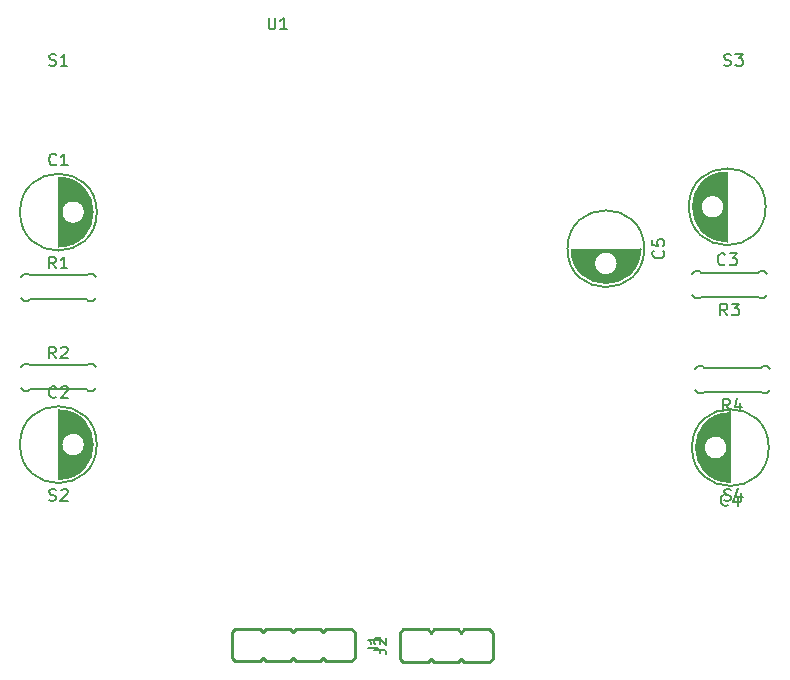
<source format=gbr>
G04 --- HEADER BEGIN --- *
G04 #@! TF.GenerationSoftware,LibrePCB,LibrePCB,0.1.6*
G04 #@! TF.CreationDate,2022-09-15T14:24:33*
G04 #@! TF.ProjectId,D&D Alerter,e525b3f6-46db-4784-bcd4-d1e7e9f5ff90,v1*
G04 #@! TF.Part,Single*
G04 #@! TF.SameCoordinates*
G04 #@! TF.FileFunction,Legend,Top*
G04 #@! TF.FilePolarity,Positive*
%FSLAX66Y66*%
%MOMM*%
G01*
G75*
G04 --- HEADER END --- *
G04 --- APERTURE LIST BEGIN --- *
%ADD10C,0.25*%
%ADD11C,0.0*%
%ADD12C,0.01*%
%ADD13C,0.2*%
%ADD14C,0.1524*%
%ADD15O,1.787X2.39*%
%ADD16R,1.787X2.39*%
%ADD17C,1.7*%
%ADD18R,1.7X1.7*%
%ADD19O,2.7X1.5*%
%AMROTATEDOCTAGON20*4,1,8,0.9128,0.378094,0.378094,0.9128,-0.378094,0.9128,-0.9128,0.378094,-0.9128,-0.378094,-0.378094,-0.9128,0.378094,-0.9128,0.9128,-0.378094,0.9128,0.378094,0.0*%
%ADD20ROTATEDOCTAGON20*%
G04 --- APERTURE LIST END --- *
G04 --- BOARD BEGIN --- *
D10*
G04 #@! TO.C,J1*
X-3764596Y-28516428D02*
X-5889596Y-28516428D01*
X-6159596Y-28246428D01*
X-6429596Y-28516428D01*
X-8429596Y-28516428D01*
X-8699596Y-28246428D01*
X-8969596Y-28516428D01*
X-10969596Y-28516428D01*
X-11239596Y-28246428D01*
X-11509596Y-28516428D01*
X-13634596Y-28516428D01*
X-13904596Y-28246428D01*
X-13904596Y-25996428D01*
X-13634596Y-25726428D01*
X-11509596Y-25726428D01*
X-11239596Y-25996428D01*
X-10969596Y-25726428D01*
X-8969596Y-25726428D01*
X-8699596Y-25996428D01*
X-8429596Y-25726428D01*
X-6429596Y-25726428D01*
X-6159596Y-25996428D01*
X-5889596Y-25726428D01*
X-3764596Y-25726428D01*
X-3494596Y-25996428D01*
X-3494596Y-28246428D01*
X-3764596Y-28516428D01*
D11*
G04 #@! TO.C,C4*
X28317224Y-13354236D02*
X28317224Y-10404236D01*
X28017224Y-10404236D01*
G02*
X26117224Y-10404236I-950000J0D01*
G01*
G02*
X28017224Y-10404236I950000J0D01*
G01*
X28317224Y-10404236D01*
X28317224Y-7454236D01*
G03*
X28317224Y-13354236I0J-2950000D01*
G01*
D12*
G36*
X28317224Y-13354236D02*
X28317224Y-10404236D01*
X28017224Y-10404236D01*
G02*
X26117224Y-10404236I-950000J0D01*
G01*
G02*
X28017224Y-10404236I950000J0D01*
G01*
X28317224Y-10404236D01*
X28317224Y-7454236D01*
G03*
X28317224Y-13354236I0J-2950000D01*
G01*
G37*
D13*
X31567224Y-10404236D02*
G02*
X25067224Y-10404236I-3250000J0D01*
G01*
G02*
X31567224Y-10404236I3250000J0D01*
G01*
D11*
G04 #@! TO.C,C2*
X-28575000Y-7210000D02*
X-28575000Y-10160000D01*
X-28275000Y-10160000D01*
G02*
X-26375000Y-10160000I950000J0D01*
G01*
G02*
X-28275000Y-10160000I-950000J0D01*
G01*
X-28575000Y-10160000D01*
X-28575000Y-13110000D01*
G03*
X-28575000Y-7210000I0J2950000D01*
G01*
D12*
G36*
X-28575000Y-7210000D02*
X-28575000Y-10160000D01*
X-28275000Y-10160000D01*
G02*
X-26375000Y-10160000I950000J0D01*
G01*
G02*
X-28275000Y-10160000I-950000J0D01*
G01*
X-28575000Y-10160000D01*
X-28575000Y-13110000D01*
G03*
X-28575000Y-7210000I0J2950000D01*
G01*
G37*
D13*
X-25325000Y-10160000D02*
G02*
X-31825000Y-10160000I-3250000J0D01*
G01*
G02*
X-25325000Y-10160000I3250000J0D01*
G01*
D14*
G04 #@! TO.C,R4*
X31678986Y-5572548D02*
X31424986Y-5826548D01*
X25582986Y-3540548D02*
X25963986Y-3540548D01*
X31424986Y-5826548D02*
X31043986Y-5826548D01*
X31424986Y-3540548D02*
X31043986Y-3540548D01*
X30916986Y-3667548D02*
X31043986Y-3540548D01*
X25582986Y-3540548D02*
X25328986Y-3794548D01*
X26090986Y-3667548D02*
X25963986Y-3540548D01*
X30916986Y-5699548D02*
X31043986Y-5826548D01*
X25582986Y-5826548D02*
X25328986Y-5572548D01*
X26090986Y-5699548D02*
X25963986Y-5826548D01*
X25582986Y-5826548D02*
X25963986Y-5826548D01*
X26090986Y-5699548D02*
X30916986Y-5699548D01*
X31678986Y-3794548D02*
X31424986Y-3540548D01*
X26090986Y-3667548D02*
X30916986Y-3667548D01*
D10*
G04 #@! TO.C,J2*
X589994Y-25800512D02*
X2714994Y-25800512D01*
X2984994Y-26070512D01*
X3254994Y-25800512D01*
X5254994Y-25800512D01*
X5524994Y-26070512D01*
X5794994Y-25800512D01*
X7919994Y-25800512D01*
X8189994Y-26070512D01*
X8189994Y-28320512D01*
X7919994Y-28590512D01*
X5794994Y-28590512D01*
X5524994Y-28320512D01*
X5254994Y-28590512D01*
X3254994Y-28590512D01*
X2984994Y-28320512D01*
X2714994Y-28590512D01*
X589994Y-28590512D01*
X319994Y-28320512D01*
X319994Y-26070512D01*
X589994Y-25800512D01*
D14*
G04 #@! TO.C,R3*
X31448464Y2487838D02*
X31194464Y2233838D01*
X25352464Y4519838D02*
X25733464Y4519838D01*
X31194464Y2233838D02*
X30813464Y2233838D01*
X31194464Y4519838D02*
X30813464Y4519838D01*
X30686464Y4392838D02*
X30813464Y4519838D01*
X25352464Y4519838D02*
X25098464Y4265838D01*
X25860464Y4392838D02*
X25733464Y4519838D01*
X30686464Y2360838D02*
X30813464Y2233838D01*
X25352464Y2233838D02*
X25098464Y2487838D01*
X25860464Y2360838D02*
X25733464Y2233838D01*
X25352464Y2233838D02*
X25733464Y2233838D01*
X25860464Y2360838D02*
X30686464Y2360838D01*
X31448464Y4265838D02*
X31194464Y4519838D01*
X25860464Y4392838D02*
X30686464Y4392838D01*
D11*
G04 #@! TO.C,C3*
X28057738Y7030182D02*
X28057738Y9980182D01*
X27757738Y9980182D01*
G02*
X25857738Y9980182I-950000J0D01*
G01*
G02*
X27757738Y9980182I950000J0D01*
G01*
X28057738Y9980182D01*
X28057738Y12930182D01*
G03*
X28057738Y7030182I0J-2950000D01*
G01*
D12*
G36*
X28057738Y7030182D02*
X28057738Y9980182D01*
X27757738Y9980182D01*
G02*
X25857738Y9980182I-950000J0D01*
G01*
G02*
X27757738Y9980182I950000J0D01*
G01*
X28057738Y9980182D01*
X28057738Y12930182D01*
G03*
X28057738Y7030182I0J-2950000D01*
G01*
G37*
D13*
X31307738Y9980182D02*
G02*
X24807738Y9980182I-3250000J0D01*
G01*
G02*
X31307738Y9980182I3250000J0D01*
G01*
D11*
G04 #@! TO.C,C5*
X20727216Y6431868D02*
X17777216Y6431868D01*
X17777216Y6131868D01*
G02*
X17777216Y4231868I0J-950000D01*
G01*
G02*
X17777216Y6131868I0J950000D01*
G01*
X17777216Y6431868D01*
X14827216Y6431868D01*
G03*
X20727216Y6431868I2950000J0D01*
G01*
D12*
G36*
X20727216Y6431868D02*
X17777216Y6431868D01*
X17777216Y6131868D01*
G02*
X17777216Y4231868I0J-950000D01*
G01*
G02*
X17777216Y6131868I0J950000D01*
G01*
X17777216Y6431868D01*
X14827216Y6431868D01*
G03*
X20727216Y6431868I2950000J0D01*
G01*
G37*
D13*
X21027216Y6431868D02*
G02*
X14527216Y6431868I-3250000J0D01*
G01*
G02*
X21027216Y6431868I3250000J0D01*
G01*
D14*
G04 #@! TO.C,R1*
X-31750000Y4064000D02*
X-31496000Y4318000D01*
X-25654000Y2032000D02*
X-26035000Y2032000D01*
X-31496000Y4318000D02*
X-31115000Y4318000D01*
X-31496000Y2032000D02*
X-31115000Y2032000D01*
X-30988000Y2159000D02*
X-31115000Y2032000D01*
X-25654000Y2032000D02*
X-25400000Y2286000D01*
X-26162000Y2159000D02*
X-26035000Y2032000D01*
X-30988000Y4191000D02*
X-31115000Y4318000D01*
X-25654000Y4318000D02*
X-25400000Y4064000D01*
X-26162000Y4191000D02*
X-26035000Y4318000D01*
X-25654000Y4318000D02*
X-26035000Y4318000D01*
X-26162000Y4191000D02*
X-30988000Y4191000D01*
X-31750000Y2286000D02*
X-31496000Y2032000D01*
X-26162000Y2159000D02*
X-30988000Y2159000D01*
G04 #@! TO.C,R2*
X-31750000Y-3556000D02*
X-31496000Y-3302000D01*
X-25654000Y-5588000D02*
X-26035000Y-5588000D01*
X-31496000Y-3302000D02*
X-31115000Y-3302000D01*
X-31496000Y-5588000D02*
X-31115000Y-5588000D01*
X-30988000Y-5461000D02*
X-31115000Y-5588000D01*
X-25654000Y-5588000D02*
X-25400000Y-5334000D01*
X-26162000Y-5461000D02*
X-26035000Y-5588000D01*
X-30988000Y-3429000D02*
X-31115000Y-3302000D01*
X-25654000Y-3302000D02*
X-25400000Y-3556000D01*
X-26162000Y-3429000D02*
X-26035000Y-3302000D01*
X-25654000Y-3302000D02*
X-26035000Y-3302000D01*
X-26162000Y-3429000D02*
X-30988000Y-3429000D01*
X-31750000Y-5334000D02*
X-31496000Y-5588000D01*
X-26162000Y-5461000D02*
X-30988000Y-5461000D01*
D11*
G04 #@! TO.C,C1*
X-28575000Y12475000D02*
X-28575000Y9525000D01*
X-28275000Y9525000D01*
G02*
X-26375000Y9525000I950000J0D01*
G01*
G02*
X-28275000Y9525000I-950000J0D01*
G01*
X-28575000Y9525000D01*
X-28575000Y6575000D01*
G03*
X-28575000Y12475000I0J2950000D01*
G01*
D12*
G36*
X-28575000Y12475000D02*
X-28575000Y9525000D01*
X-28275000Y9525000D01*
G02*
X-26375000Y9525000I950000J0D01*
G01*
G02*
X-28275000Y9525000I-950000J0D01*
G01*
X-28575000Y9525000D01*
X-28575000Y6575000D01*
G03*
X-28575000Y12475000I0J2950000D01*
G01*
G37*
D13*
X-25325000Y9525000D02*
G02*
X-31825000Y9525000I-3250000J0D01*
G01*
G02*
X-25325000Y9525000I3250000J0D01*
G01*
G04 #@! TO.C,J1*
X-2349596Y-27416428D02*
X-1635152Y-27416428D01*
X-1492929Y-27464206D01*
X-1397374Y-27559761D01*
X-1349596Y-27701983D01*
X-1349596Y-27797539D01*
X-1349596Y-26445317D02*
X-1349596Y-27016428D01*
X-1349596Y-26730872D02*
X-2349596Y-26730872D01*
X-2206263Y-26826428D01*
X-2111818Y-26920872D01*
X-2064040Y-27016428D01*
G04 #@! TO.C,C4*
X28117224Y-15258680D02*
X28069446Y-15306458D01*
X27927224Y-15354236D01*
X27831668Y-15354236D01*
X27688335Y-15306458D01*
X27593891Y-15210903D01*
X27546113Y-15116458D01*
X27498335Y-14925347D01*
X27498335Y-14783125D01*
X27546113Y-14592014D01*
X27593891Y-14497569D01*
X27688335Y-14402014D01*
X27831668Y-14354236D01*
X27927224Y-14354236D01*
X28069446Y-14402014D01*
X28117224Y-14449792D01*
X28993891Y-14687569D02*
X28993891Y-15354236D01*
X28755002Y-14306458D02*
X28517224Y-15020903D01*
X29136113Y-15020903D01*
G04 #@! TO.C,C2*
X-28775000Y-6114444D02*
X-28822778Y-6162222D01*
X-28965000Y-6210000D01*
X-29060556Y-6210000D01*
X-29203889Y-6162222D01*
X-29298333Y-6066667D01*
X-29346111Y-5972222D01*
X-29393889Y-5781111D01*
X-29393889Y-5638889D01*
X-29346111Y-5447778D01*
X-29298333Y-5353333D01*
X-29203889Y-5257778D01*
X-29060556Y-5210000D01*
X-28965000Y-5210000D01*
X-28822778Y-5257778D01*
X-28775000Y-5305556D01*
X-28327222Y-5305556D02*
X-28279444Y-5257778D01*
X-28185000Y-5210000D01*
X-27946111Y-5210000D01*
X-27851667Y-5257778D01*
X-27803889Y-5305556D01*
X-27756111Y-5400000D01*
X-27756111Y-5495556D01*
X-27803889Y-5638889D01*
X-28375000Y-6210000D01*
X-27756111Y-6210000D01*
G04 #@! TO.C,S3*
X27780000Y21962778D02*
X27923333Y21915000D01*
X28161111Y21915000D01*
X28256667Y21962778D01*
X28303333Y22010556D01*
X28351111Y22105000D01*
X28351111Y22200556D01*
X28303333Y22296111D01*
X28256667Y22343889D01*
X28161111Y22391667D01*
X27970000Y22438333D01*
X27875556Y22486111D01*
X27827778Y22533889D01*
X27780000Y22629444D01*
X27780000Y22725000D01*
X27827778Y22819444D01*
X27875556Y22867222D01*
X27970000Y22915000D01*
X28208889Y22915000D01*
X28351111Y22867222D01*
X28751111Y22915000D02*
X29370000Y22915000D01*
X29036667Y22533889D01*
X29180000Y22533889D01*
X29274444Y22486111D01*
X29322222Y22438333D01*
X29370000Y22343889D01*
X29370000Y22105000D01*
X29322222Y22010556D01*
X29274444Y21962778D01*
X29180000Y21915000D01*
X28894444Y21915000D01*
X28798889Y21962778D01*
X28751111Y22010556D01*
G04 #@! TO.C,S4*
X27780000Y-14867222D02*
X27923333Y-14915000D01*
X28161111Y-14915000D01*
X28256667Y-14867222D01*
X28303333Y-14819444D01*
X28351111Y-14725000D01*
X28351111Y-14629444D01*
X28303333Y-14533889D01*
X28256667Y-14486111D01*
X28161111Y-14438333D01*
X27970000Y-14391667D01*
X27875556Y-14343889D01*
X27827778Y-14296111D01*
X27780000Y-14200556D01*
X27780000Y-14105000D01*
X27827778Y-14010556D01*
X27875556Y-13962778D01*
X27970000Y-13915000D01*
X28208889Y-13915000D01*
X28351111Y-13962778D01*
X29227778Y-14248333D02*
X29227778Y-14915000D01*
X28988889Y-13867222D02*
X28751111Y-14581667D01*
X29370000Y-14581667D01*
G04 #@! TO.C,R4*
X28280097Y-7271048D02*
X27946764Y-6794381D01*
X27708986Y-7271048D02*
X27708986Y-6271048D01*
X28090097Y-6271048D01*
X28185653Y-6318826D01*
X28232319Y-6366604D01*
X28280097Y-6461048D01*
X28280097Y-6604381D01*
X28232319Y-6699937D01*
X28185653Y-6747715D01*
X28090097Y-6794381D01*
X27708986Y-6794381D01*
X29156764Y-6604381D02*
X29156764Y-7271048D01*
X28917875Y-6223270D02*
X28680097Y-6937715D01*
X29298986Y-6937715D01*
G04 #@! TO.C,J2*
X-1825006Y-27514401D02*
X-1110562Y-27514401D01*
X-968339Y-27562179D01*
X-872784Y-27657734D01*
X-825006Y-27799956D01*
X-825006Y-27895512D01*
X-1729450Y-27066623D02*
X-1777228Y-27018845D01*
X-1825006Y-26924401D01*
X-1825006Y-26685512D01*
X-1777228Y-26591068D01*
X-1729450Y-26543290D01*
X-1635006Y-26495512D01*
X-1539450Y-26495512D01*
X-1396117Y-26543290D01*
X-825006Y-27114401D01*
X-825006Y-26495512D01*
G04 #@! TO.C,R3*
X28049575Y789338D02*
X27716242Y1266005D01*
X27478464Y789338D02*
X27478464Y1789338D01*
X27859575Y1789338D01*
X27955131Y1741560D01*
X28001797Y1693782D01*
X28049575Y1599338D01*
X28049575Y1456005D01*
X28001797Y1360449D01*
X27955131Y1312671D01*
X27859575Y1266005D01*
X27478464Y1266005D01*
X28449575Y1789338D02*
X29068464Y1789338D01*
X28735131Y1408227D01*
X28878464Y1408227D01*
X28972908Y1360449D01*
X29020686Y1312671D01*
X29068464Y1218227D01*
X29068464Y979338D01*
X29020686Y884894D01*
X28972908Y837116D01*
X28878464Y789338D01*
X28592908Y789338D01*
X28497353Y837116D01*
X28449575Y884894D01*
G04 #@! TO.C,S1*
X-29346111Y21962778D02*
X-29202778Y21915000D01*
X-28965000Y21915000D01*
X-28869444Y21962778D01*
X-28822778Y22010556D01*
X-28775000Y22105000D01*
X-28775000Y22200556D01*
X-28822778Y22296111D01*
X-28869444Y22343889D01*
X-28965000Y22391667D01*
X-29156111Y22438333D01*
X-29250555Y22486111D01*
X-29298333Y22533889D01*
X-29346111Y22629444D01*
X-29346111Y22725000D01*
X-29298333Y22819444D01*
X-29250555Y22867222D01*
X-29156111Y22915000D01*
X-28917222Y22915000D01*
X-28775000Y22867222D01*
X-27803889Y21915000D02*
X-28375000Y21915000D01*
X-28089444Y21915000D02*
X-28089444Y22915000D01*
X-28185000Y22771667D01*
X-28279444Y22677222D01*
X-28375000Y22629444D01*
G04 #@! TO.C,C3*
X27857738Y5125738D02*
X27809960Y5077960D01*
X27667738Y5030182D01*
X27572182Y5030182D01*
X27428849Y5077960D01*
X27334405Y5173515D01*
X27286627Y5267960D01*
X27238849Y5459071D01*
X27238849Y5601293D01*
X27286627Y5792404D01*
X27334405Y5886849D01*
X27428849Y5982404D01*
X27572182Y6030182D01*
X27667738Y6030182D01*
X27809960Y5982404D01*
X27857738Y5934626D01*
X28257738Y6030182D02*
X28876627Y6030182D01*
X28543294Y5649071D01*
X28686627Y5649071D01*
X28781071Y5601293D01*
X28828849Y5553515D01*
X28876627Y5459071D01*
X28876627Y5220182D01*
X28828849Y5125738D01*
X28781071Y5077960D01*
X28686627Y5030182D01*
X28401071Y5030182D01*
X28305516Y5077960D01*
X28257738Y5125738D01*
G04 #@! TO.C,C5*
X22631660Y6255757D02*
X22679438Y6207979D01*
X22727216Y6065757D01*
X22727216Y5970201D01*
X22679438Y5826868D01*
X22583883Y5732424D01*
X22489438Y5684646D01*
X22298327Y5636868D01*
X22156105Y5636868D01*
X21964994Y5684646D01*
X21870549Y5732424D01*
X21774994Y5826868D01*
X21727216Y5970201D01*
X21727216Y6065757D01*
X21774994Y6207979D01*
X21822772Y6255757D01*
X21727216Y7179090D02*
X21727216Y6703535D01*
X22203883Y6655757D01*
X22156105Y6703535D01*
X22108327Y6799090D01*
X22108327Y7036868D01*
X22156105Y7132424D01*
X22203883Y7179090D01*
X22298327Y7226868D01*
X22537216Y7226868D01*
X22631660Y7179090D01*
X22679438Y7132424D01*
X22727216Y7036868D01*
X22727216Y6799090D01*
X22679438Y6703535D01*
X22631660Y6655757D01*
G04 #@! TO.C,U1*
X-10771111Y26000000D02*
X-10771111Y25190000D01*
X-10723333Y25095556D01*
X-10675555Y25047778D01*
X-10581111Y25000000D01*
X-10390000Y25000000D01*
X-10294444Y25047778D01*
X-10247778Y25095556D01*
X-10200000Y25190000D01*
X-10200000Y26000000D01*
X-9228889Y25000000D02*
X-9800000Y25000000D01*
X-9514444Y25000000D02*
X-9514444Y26000000D01*
X-9610000Y25856667D01*
X-9704444Y25762222D01*
X-9800000Y25714444D01*
G04 #@! TO.C,R1*
X-28775000Y4762500D02*
X-29108333Y5239167D01*
X-29346111Y4762500D02*
X-29346111Y5762500D01*
X-28965000Y5762500D01*
X-28869444Y5714722D01*
X-28822778Y5666944D01*
X-28775000Y5572500D01*
X-28775000Y5429167D01*
X-28822778Y5333611D01*
X-28869444Y5285833D01*
X-28965000Y5239167D01*
X-29346111Y5239167D01*
X-27803889Y4762500D02*
X-28375000Y4762500D01*
X-28089444Y4762500D02*
X-28089444Y5762500D01*
X-28185000Y5619167D01*
X-28279444Y5524722D01*
X-28375000Y5476944D01*
G04 #@! TO.C,R2*
X-28798889Y-2857500D02*
X-29132222Y-2380833D01*
X-29370000Y-2857500D02*
X-29370000Y-1857500D01*
X-28988889Y-1857500D01*
X-28893333Y-1905278D01*
X-28846667Y-1953056D01*
X-28798889Y-2047500D01*
X-28798889Y-2190833D01*
X-28846667Y-2286389D01*
X-28893333Y-2334167D01*
X-28988889Y-2380833D01*
X-29370000Y-2380833D01*
X-28351111Y-1953056D02*
X-28303333Y-1905278D01*
X-28208889Y-1857500D01*
X-27970000Y-1857500D01*
X-27875556Y-1905278D01*
X-27827778Y-1953056D01*
X-27780000Y-2047500D01*
X-27780000Y-2143056D01*
X-27827778Y-2286389D01*
X-28398889Y-2857500D01*
X-27780000Y-2857500D01*
G04 #@! TO.C,C1*
X-28751111Y13570556D02*
X-28798889Y13522778D01*
X-28941111Y13475000D01*
X-29036667Y13475000D01*
X-29180000Y13522778D01*
X-29274444Y13618333D01*
X-29322222Y13712778D01*
X-29370000Y13903889D01*
X-29370000Y14046111D01*
X-29322222Y14237222D01*
X-29274444Y14331667D01*
X-29180000Y14427222D01*
X-29036667Y14475000D01*
X-28941111Y14475000D01*
X-28798889Y14427222D01*
X-28751111Y14379444D01*
X-27780000Y13475000D02*
X-28351111Y13475000D01*
X-28065555Y13475000D02*
X-28065555Y14475000D01*
X-28161111Y14331667D01*
X-28255555Y14237222D01*
X-28351111Y14189444D01*
G04 #@! TO.C,S2*
X-29370000Y-14867222D02*
X-29226667Y-14915000D01*
X-28988889Y-14915000D01*
X-28893333Y-14867222D01*
X-28846667Y-14819444D01*
X-28798889Y-14725000D01*
X-28798889Y-14629444D01*
X-28846667Y-14533889D01*
X-28893333Y-14486111D01*
X-28988889Y-14438333D01*
X-29180000Y-14391667D01*
X-29274444Y-14343889D01*
X-29322222Y-14296111D01*
X-29370000Y-14200556D01*
X-29370000Y-14105000D01*
X-29322222Y-14010556D01*
X-29274444Y-13962778D01*
X-29180000Y-13915000D01*
X-28941111Y-13915000D01*
X-28798889Y-13962778D01*
X-28351111Y-14010556D02*
X-28303333Y-13962778D01*
X-28208889Y-13915000D01*
X-27970000Y-13915000D01*
X-27875556Y-13962778D01*
X-27827778Y-14010556D01*
X-27780000Y-14105000D01*
X-27780000Y-14200556D01*
X-27827778Y-14343889D01*
X-28398889Y-14915000D01*
X-27780000Y-14915000D01*
%LPC*%
D15*
G04 #@! TO.C,J1*
X-7429596Y-27121428D03*
D16*
X-4889596Y-27121428D03*
D15*
X-12509596Y-27121428D03*
X-9969596Y-27121428D03*
D17*
G04 #@! TO.C,C4*
X27067224Y-10404236D03*
D18*
X29567224Y-10404236D03*
D17*
G04 #@! TO.C,C2*
X-27325000Y-10160000D03*
D18*
X-29825000Y-10160000D03*
D19*
G04 #@! TO.C,S3*
X31875000Y20665000D03*
X31875000Y16165000D03*
X25275000Y16165000D03*
X25275000Y20665000D03*
G04 #@! TO.C,S4*
X31875000Y-16165000D03*
X31875000Y-20665000D03*
X25275000Y-20665000D03*
X25275000Y-16165000D03*
D20*
G04 #@! TO.C,R4*
X24693986Y-4683548D03*
X32313986Y-4683548D03*
D16*
G04 #@! TO.C,J2*
X1714994Y-27195512D03*
D15*
X6794994Y-27195512D03*
X4254994Y-27195512D03*
D20*
G04 #@! TO.C,R3*
X24463464Y3376838D03*
X32083464Y3376838D03*
D19*
G04 #@! TO.C,S1*
X-25275000Y20665000D03*
X-25275000Y16165000D03*
X-31875000Y16165000D03*
X-31875000Y20665000D03*
D17*
G04 #@! TO.C,C3*
X26807738Y9980182D03*
D18*
X29307738Y9980182D03*
D17*
G04 #@! TO.C,C5*
X17777216Y5181868D03*
D18*
X17777216Y7681868D03*
D19*
G04 #@! TO.C,U1*
X-11350000Y12730000D03*
X-11350000Y-5050000D03*
X11510000Y12730000D03*
X11510000Y7650000D03*
X-11350000Y30000D03*
X-11350000Y5110000D03*
X11510000Y2570000D03*
X11510000Y30000D03*
X-11350000Y7650000D03*
X-11350000Y-7590000D03*
X11510000Y-7590000D03*
X11510000Y-17750000D03*
X11510000Y10190000D03*
X11510000Y5110000D03*
X-11350000Y-15210000D03*
X11510000Y17810000D03*
X11510000Y-12670000D03*
X-11350000Y15270000D03*
X11510000Y-5050000D03*
X11510000Y-2510000D03*
X11510000Y15270000D03*
X11510000Y-15210000D03*
X-11350000Y-12670000D03*
X-11350000Y17810000D03*
X-11350000Y-17750000D03*
X-11350000Y10190000D03*
X11510000Y-10130000D03*
X-11350000Y-2510000D03*
X-11350000Y2570000D03*
X-11350000Y-10130000D03*
D20*
G04 #@! TO.C,R1*
X-24765000Y3175000D03*
X-32385000Y3175000D03*
G04 #@! TO.C,R2*
X-24765000Y-4445000D03*
X-32385000Y-4445000D03*
D17*
G04 #@! TO.C,C1*
X-27325000Y9525000D03*
D18*
X-29825000Y9525000D03*
D19*
G04 #@! TO.C,S2*
X-25275000Y-16165000D03*
X-25275000Y-20665000D03*
X-31875000Y-20665000D03*
X-31875000Y-16165000D03*
G04 --- BOARD END --- *
G04 #@! TF.MD5,9fadf2ff0530565a6c633e994de0baf7*
M02*

</source>
